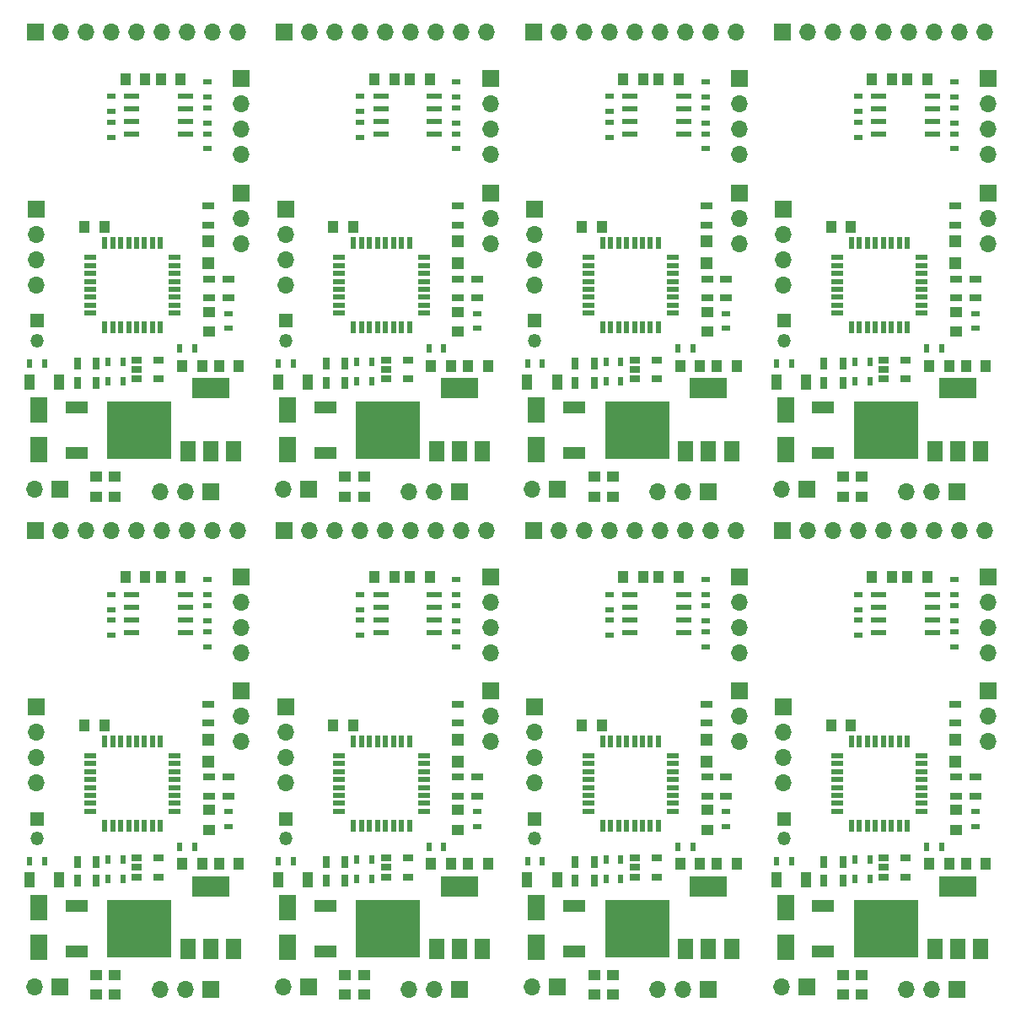
<source format=gts>
G04 #@! TF.FileFunction,Soldermask,Top*
%FSLAX46Y46*%
G04 Gerber Fmt 4.6, Leading zero omitted, Abs format (unit mm)*
G04 Created by KiCad (PCBNEW 4.0.2-stable) date 9/8/2017 10:59:45 PM*
%MOMM*%
G01*
G04 APERTURE LIST*
%ADD10C,0.100000*%
%ADD11R,1.700000X1.700000*%
%ADD12O,1.700000X1.700000*%
%ADD13R,0.500000X0.900000*%
%ADD14R,1.800000X2.500000*%
%ADD15R,1.000000X1.600000*%
%ADD16R,1.000000X1.250000*%
%ADD17R,1.550000X0.600000*%
%ADD18R,0.900000X0.500000*%
%ADD19R,2.200000X1.200000*%
%ADD20R,6.400000X5.800000*%
%ADD21R,1.250000X1.000000*%
%ADD22R,3.800000X2.000000*%
%ADD23R,1.500000X2.000000*%
%ADD24R,1.060000X0.650000*%
%ADD25R,0.700000X1.300000*%
%ADD26R,1.200000X1.200000*%
%ADD27R,1.300000X0.700000*%
%ADD28R,1.200000X0.600000*%
%ADD29R,0.600000X1.200000*%
%ADD30R,1.350000X1.350000*%
%ADD31O,1.350000X1.350000*%
G04 APERTURE END LIST*
D10*
D11*
X179673600Y-175857200D03*
D12*
X177133600Y-175857200D03*
D11*
X154673600Y-175857200D03*
D12*
X152133600Y-175857200D03*
D11*
X129673600Y-175857200D03*
D12*
X127133600Y-175857200D03*
D11*
X104673600Y-175857200D03*
D12*
X102133600Y-175857200D03*
D11*
X179673600Y-125857200D03*
D12*
X177133600Y-125857200D03*
D11*
X154673600Y-125857200D03*
D12*
X152133600Y-125857200D03*
D11*
X129673600Y-125857200D03*
D12*
X127133600Y-125857200D03*
D13*
X176662800Y-163233200D03*
X178162800Y-163233200D03*
X151662800Y-163233200D03*
X153162800Y-163233200D03*
X126662800Y-163233200D03*
X128162800Y-163233200D03*
X101662800Y-163233200D03*
X103162800Y-163233200D03*
X176662800Y-113233200D03*
X178162800Y-113233200D03*
X151662800Y-113233200D03*
X153162800Y-113233200D03*
X126662800Y-113233200D03*
X128162800Y-113233200D03*
D14*
X177552500Y-167888000D03*
X177552500Y-171888000D03*
X152552500Y-167888000D03*
X152552500Y-171888000D03*
X127552500Y-167888000D03*
X127552500Y-171888000D03*
X102552500Y-167888000D03*
X102552500Y-171888000D03*
X177552500Y-117888000D03*
X177552500Y-121888000D03*
X152552500Y-117888000D03*
X152552500Y-121888000D03*
X127552500Y-117888000D03*
X127552500Y-121888000D03*
D15*
X176624000Y-165112800D03*
X179624000Y-165112800D03*
X151624000Y-165112800D03*
X154624000Y-165112800D03*
X126624000Y-165112800D03*
X129624000Y-165112800D03*
X101624000Y-165112800D03*
X104624000Y-165112800D03*
X176624000Y-115112800D03*
X179624000Y-115112800D03*
X151624000Y-115112800D03*
X154624000Y-115112800D03*
X126624000Y-115112800D03*
X129624000Y-115112800D03*
D11*
X177235000Y-130010000D03*
D12*
X179775000Y-130010000D03*
X182315000Y-130010000D03*
X184855000Y-130010000D03*
X187395000Y-130010000D03*
X189935000Y-130010000D03*
X192475000Y-130010000D03*
X195015000Y-130010000D03*
X197555000Y-130010000D03*
D11*
X152235000Y-130010000D03*
D12*
X154775000Y-130010000D03*
X157315000Y-130010000D03*
X159855000Y-130010000D03*
X162395000Y-130010000D03*
X164935000Y-130010000D03*
X167475000Y-130010000D03*
X170015000Y-130010000D03*
X172555000Y-130010000D03*
D11*
X127235000Y-130010000D03*
D12*
X129775000Y-130010000D03*
X132315000Y-130010000D03*
X134855000Y-130010000D03*
X137395000Y-130010000D03*
X139935000Y-130010000D03*
X142475000Y-130010000D03*
X145015000Y-130010000D03*
X147555000Y-130010000D03*
D11*
X102235000Y-130010000D03*
D12*
X104775000Y-130010000D03*
X107315000Y-130010000D03*
X109855000Y-130010000D03*
X112395000Y-130010000D03*
X114935000Y-130010000D03*
X117475000Y-130010000D03*
X120015000Y-130010000D03*
X122555000Y-130010000D03*
D11*
X177235000Y-80010000D03*
D12*
X179775000Y-80010000D03*
X182315000Y-80010000D03*
X184855000Y-80010000D03*
X187395000Y-80010000D03*
X189935000Y-80010000D03*
X192475000Y-80010000D03*
X195015000Y-80010000D03*
X197555000Y-80010000D03*
D11*
X152235000Y-80010000D03*
D12*
X154775000Y-80010000D03*
X157315000Y-80010000D03*
X159855000Y-80010000D03*
X162395000Y-80010000D03*
X164935000Y-80010000D03*
X167475000Y-80010000D03*
X170015000Y-80010000D03*
X172555000Y-80010000D03*
D11*
X127235000Y-80010000D03*
D12*
X129775000Y-80010000D03*
X132315000Y-80010000D03*
X134855000Y-80010000D03*
X137395000Y-80010000D03*
X139935000Y-80010000D03*
X142475000Y-80010000D03*
X145015000Y-80010000D03*
X147555000Y-80010000D03*
D16*
X186268000Y-134709000D03*
X188268000Y-134709000D03*
X161268000Y-134709000D03*
X163268000Y-134709000D03*
X136268000Y-134709000D03*
X138268000Y-134709000D03*
X111268000Y-134709000D03*
X113268000Y-134709000D03*
X186268000Y-84709000D03*
X188268000Y-84709000D03*
X161268000Y-84709000D03*
X163268000Y-84709000D03*
X136268000Y-84709000D03*
X138268000Y-84709000D03*
D11*
X197936000Y-134645500D03*
D12*
X197936000Y-137185500D03*
X197936000Y-139725500D03*
X197936000Y-142265500D03*
D11*
X172936000Y-134645500D03*
D12*
X172936000Y-137185500D03*
X172936000Y-139725500D03*
X172936000Y-142265500D03*
D11*
X147936000Y-134645500D03*
D12*
X147936000Y-137185500D03*
X147936000Y-139725500D03*
X147936000Y-142265500D03*
D11*
X122936000Y-134645500D03*
D12*
X122936000Y-137185500D03*
X122936000Y-139725500D03*
X122936000Y-142265500D03*
D11*
X197936000Y-84645500D03*
D12*
X197936000Y-87185500D03*
X197936000Y-89725500D03*
X197936000Y-92265500D03*
D11*
X172936000Y-84645500D03*
D12*
X172936000Y-87185500D03*
X172936000Y-89725500D03*
X172936000Y-92265500D03*
D11*
X147936000Y-84645500D03*
D12*
X147936000Y-87185500D03*
X147936000Y-89725500D03*
X147936000Y-92265500D03*
D17*
X186917500Y-136423500D03*
X186917500Y-137693500D03*
X186917500Y-138963500D03*
X186917500Y-140233500D03*
X192317500Y-140233500D03*
X192317500Y-138963500D03*
X192317500Y-137693500D03*
X192317500Y-136423500D03*
X161917500Y-136423500D03*
X161917500Y-137693500D03*
X161917500Y-138963500D03*
X161917500Y-140233500D03*
X167317500Y-140233500D03*
X167317500Y-138963500D03*
X167317500Y-137693500D03*
X167317500Y-136423500D03*
X136917500Y-136423500D03*
X136917500Y-137693500D03*
X136917500Y-138963500D03*
X136917500Y-140233500D03*
X142317500Y-140233500D03*
X142317500Y-138963500D03*
X142317500Y-137693500D03*
X142317500Y-136423500D03*
X111917500Y-136423500D03*
X111917500Y-137693500D03*
X111917500Y-138963500D03*
X111917500Y-140233500D03*
X117317500Y-140233500D03*
X117317500Y-138963500D03*
X117317500Y-137693500D03*
X117317500Y-136423500D03*
X186917500Y-86423500D03*
X186917500Y-87693500D03*
X186917500Y-88963500D03*
X186917500Y-90233500D03*
X192317500Y-90233500D03*
X192317500Y-88963500D03*
X192317500Y-87693500D03*
X192317500Y-86423500D03*
X161917500Y-86423500D03*
X161917500Y-87693500D03*
X161917500Y-88963500D03*
X161917500Y-90233500D03*
X167317500Y-90233500D03*
X167317500Y-88963500D03*
X167317500Y-87693500D03*
X167317500Y-86423500D03*
X136917500Y-86423500D03*
X136917500Y-87693500D03*
X136917500Y-88963500D03*
X136917500Y-90233500D03*
X142317500Y-90233500D03*
X142317500Y-88963500D03*
X142317500Y-87693500D03*
X142317500Y-86423500D03*
D18*
X184855000Y-136447500D03*
X184855000Y-137947500D03*
X159855000Y-136447500D03*
X159855000Y-137947500D03*
X134855000Y-136447500D03*
X134855000Y-137947500D03*
X109855000Y-136447500D03*
X109855000Y-137947500D03*
X184855000Y-86447500D03*
X184855000Y-87947500D03*
X159855000Y-86447500D03*
X159855000Y-87947500D03*
X134855000Y-86447500D03*
X134855000Y-87947500D03*
X184855000Y-139027000D03*
X184855000Y-140527000D03*
X159855000Y-139027000D03*
X159855000Y-140527000D03*
X134855000Y-139027000D03*
X134855000Y-140527000D03*
X109855000Y-139027000D03*
X109855000Y-140527000D03*
X184855000Y-89027000D03*
X184855000Y-90527000D03*
X159855000Y-89027000D03*
X159855000Y-90527000D03*
X134855000Y-89027000D03*
X134855000Y-90527000D03*
D19*
X181353500Y-167671500D03*
X181353500Y-172231500D03*
D20*
X187653500Y-169951500D03*
D19*
X156353500Y-167671500D03*
X156353500Y-172231500D03*
D20*
X162653500Y-169951500D03*
D19*
X131353500Y-167671500D03*
X131353500Y-172231500D03*
D20*
X137653500Y-169951500D03*
D19*
X106353500Y-167671500D03*
X106353500Y-172231500D03*
D20*
X112653500Y-169951500D03*
D19*
X181353500Y-117671500D03*
X181353500Y-122231500D03*
D20*
X187653500Y-119951500D03*
D19*
X156353500Y-117671500D03*
X156353500Y-122231500D03*
D20*
X162653500Y-119951500D03*
D19*
X131353500Y-117671500D03*
X131353500Y-122231500D03*
D20*
X137653500Y-119951500D03*
D21*
X183331000Y-174603000D03*
X183331000Y-176603000D03*
X158331000Y-174603000D03*
X158331000Y-176603000D03*
X133331000Y-174603000D03*
X133331000Y-176603000D03*
X108331000Y-174603000D03*
X108331000Y-176603000D03*
X183331000Y-124603000D03*
X183331000Y-126603000D03*
X158331000Y-124603000D03*
X158331000Y-126603000D03*
X133331000Y-124603000D03*
X133331000Y-126603000D03*
X185236000Y-174603000D03*
X185236000Y-176603000D03*
X160236000Y-174603000D03*
X160236000Y-176603000D03*
X135236000Y-174603000D03*
X135236000Y-176603000D03*
X110236000Y-174603000D03*
X110236000Y-176603000D03*
X185236000Y-124603000D03*
X185236000Y-126603000D03*
X160236000Y-124603000D03*
X160236000Y-126603000D03*
X135236000Y-124603000D03*
X135236000Y-126603000D03*
D13*
X193238400Y-161760000D03*
X191738400Y-161760000D03*
X168238400Y-161760000D03*
X166738400Y-161760000D03*
X143238400Y-161760000D03*
X141738400Y-161760000D03*
X118238400Y-161760000D03*
X116738400Y-161760000D03*
X193238400Y-111760000D03*
X191738400Y-111760000D03*
X168238400Y-111760000D03*
X166738400Y-111760000D03*
X143238400Y-111760000D03*
X141738400Y-111760000D03*
D16*
X195682000Y-163482500D03*
X197682000Y-163482500D03*
X170682000Y-163482500D03*
X172682000Y-163482500D03*
X145682000Y-163482500D03*
X147682000Y-163482500D03*
X120682000Y-163482500D03*
X122682000Y-163482500D03*
X195682000Y-113482500D03*
X197682000Y-113482500D03*
X170682000Y-113482500D03*
X172682000Y-113482500D03*
X145682000Y-113482500D03*
X147682000Y-113482500D03*
X193983000Y-163482500D03*
X191983000Y-163482500D03*
X168983000Y-163482500D03*
X166983000Y-163482500D03*
X143983000Y-163482500D03*
X141983000Y-163482500D03*
X118983000Y-163482500D03*
X116983000Y-163482500D03*
X193983000Y-113482500D03*
X191983000Y-113482500D03*
X168983000Y-113482500D03*
X166983000Y-113482500D03*
X143983000Y-113482500D03*
X141983000Y-113482500D03*
D11*
X194812000Y-176111200D03*
D12*
X192272000Y-176111200D03*
X189732000Y-176111200D03*
D11*
X169812000Y-176111200D03*
D12*
X167272000Y-176111200D03*
X164732000Y-176111200D03*
D11*
X144812000Y-176111200D03*
D12*
X142272000Y-176111200D03*
X139732000Y-176111200D03*
D11*
X119812000Y-176111200D03*
D12*
X117272000Y-176111200D03*
X114732000Y-176111200D03*
D11*
X194812000Y-126111200D03*
D12*
X192272000Y-126111200D03*
X189732000Y-126111200D03*
D11*
X169812000Y-126111200D03*
D12*
X167272000Y-126111200D03*
X164732000Y-126111200D03*
D11*
X144812000Y-126111200D03*
D12*
X142272000Y-126111200D03*
X139732000Y-126111200D03*
D22*
X194840500Y-165730000D03*
D23*
X194840500Y-172030000D03*
X197140500Y-172030000D03*
X192540500Y-172030000D03*
D22*
X169840500Y-165730000D03*
D23*
X169840500Y-172030000D03*
X172140500Y-172030000D03*
X167540500Y-172030000D03*
D22*
X144840500Y-165730000D03*
D23*
X144840500Y-172030000D03*
X147140500Y-172030000D03*
X142540500Y-172030000D03*
D22*
X119840500Y-165730000D03*
D23*
X119840500Y-172030000D03*
X122140500Y-172030000D03*
X117540500Y-172030000D03*
D22*
X194840500Y-115730000D03*
D23*
X194840500Y-122030000D03*
X197140500Y-122030000D03*
X192540500Y-122030000D03*
D22*
X169840500Y-115730000D03*
D23*
X169840500Y-122030000D03*
X172140500Y-122030000D03*
X167540500Y-122030000D03*
D22*
X144840500Y-115730000D03*
D23*
X144840500Y-122030000D03*
X147140500Y-122030000D03*
X142540500Y-122030000D03*
D13*
X184536800Y-165011200D03*
X186036800Y-165011200D03*
X159536800Y-165011200D03*
X161036800Y-165011200D03*
X134536800Y-165011200D03*
X136036800Y-165011200D03*
X109536800Y-165011200D03*
X111036800Y-165011200D03*
X184536800Y-115011200D03*
X186036800Y-115011200D03*
X159536800Y-115011200D03*
X161036800Y-115011200D03*
X134536800Y-115011200D03*
X136036800Y-115011200D03*
D24*
X187438000Y-162892800D03*
X187438000Y-163842800D03*
X187438000Y-164792800D03*
X189638000Y-164792800D03*
X189638000Y-162892800D03*
X162438000Y-162892800D03*
X162438000Y-163842800D03*
X162438000Y-164792800D03*
X164638000Y-164792800D03*
X164638000Y-162892800D03*
X137438000Y-162892800D03*
X137438000Y-163842800D03*
X137438000Y-164792800D03*
X139638000Y-164792800D03*
X139638000Y-162892800D03*
X112438000Y-162892800D03*
X112438000Y-163842800D03*
X112438000Y-164792800D03*
X114638000Y-164792800D03*
X114638000Y-162892800D03*
X187438000Y-112892800D03*
X187438000Y-113842800D03*
X187438000Y-114792800D03*
X189638000Y-114792800D03*
X189638000Y-112892800D03*
X162438000Y-112892800D03*
X162438000Y-113842800D03*
X162438000Y-114792800D03*
X164638000Y-114792800D03*
X164638000Y-112892800D03*
X137438000Y-112892800D03*
X137438000Y-113842800D03*
X137438000Y-114792800D03*
X139638000Y-114792800D03*
X139638000Y-112892800D03*
D25*
X183341200Y-163284000D03*
X181441200Y-163284000D03*
X158341200Y-163284000D03*
X156441200Y-163284000D03*
X133341200Y-163284000D03*
X131441200Y-163284000D03*
X108341200Y-163284000D03*
X106441200Y-163284000D03*
X183341200Y-113284000D03*
X181441200Y-113284000D03*
X158341200Y-113284000D03*
X156441200Y-113284000D03*
X133341200Y-113284000D03*
X131441200Y-113284000D03*
D13*
X184536800Y-163080800D03*
X186036800Y-163080800D03*
X159536800Y-163080800D03*
X161036800Y-163080800D03*
X134536800Y-163080800D03*
X136036800Y-163080800D03*
X109536800Y-163080800D03*
X111036800Y-163080800D03*
X184536800Y-113080800D03*
X186036800Y-113080800D03*
X159536800Y-113080800D03*
X161036800Y-113080800D03*
X134536800Y-113080800D03*
X136036800Y-113080800D03*
D25*
X181441200Y-165163600D03*
X183341200Y-165163600D03*
X156441200Y-165163600D03*
X158341200Y-165163600D03*
X131441200Y-165163600D03*
X133341200Y-165163600D03*
X106441200Y-165163600D03*
X108341200Y-165163600D03*
X181441200Y-115163600D03*
X183341200Y-115163600D03*
X156441200Y-115163600D03*
X158341200Y-115163600D03*
X131441200Y-115163600D03*
X133341200Y-115163600D03*
D26*
X194634000Y-153182600D03*
X194634000Y-150982600D03*
X169634000Y-153182600D03*
X169634000Y-150982600D03*
X144634000Y-153182600D03*
X144634000Y-150982600D03*
X119634000Y-153182600D03*
X119634000Y-150982600D03*
X194634000Y-103182600D03*
X194634000Y-100982600D03*
X169634000Y-103182600D03*
X169634000Y-100982600D03*
X144634000Y-103182600D03*
X144634000Y-100982600D03*
D21*
X194697500Y-160077000D03*
X194697500Y-158077000D03*
X169697500Y-160077000D03*
X169697500Y-158077000D03*
X144697500Y-160077000D03*
X144697500Y-158077000D03*
X119697500Y-160077000D03*
X119697500Y-158077000D03*
X194697500Y-110077000D03*
X194697500Y-108077000D03*
X169697500Y-110077000D03*
X169697500Y-108077000D03*
X144697500Y-110077000D03*
X144697500Y-108077000D03*
D18*
X196602500Y-158228000D03*
X196602500Y-159728000D03*
X171602500Y-158228000D03*
X171602500Y-159728000D03*
X146602500Y-158228000D03*
X146602500Y-159728000D03*
X121602500Y-158228000D03*
X121602500Y-159728000D03*
X196602500Y-108228000D03*
X196602500Y-109728000D03*
X171602500Y-108228000D03*
X171602500Y-109728000D03*
X146602500Y-108228000D03*
X146602500Y-109728000D03*
D27*
X196602500Y-156680000D03*
X196602500Y-154780000D03*
X171602500Y-156680000D03*
X171602500Y-154780000D03*
X146602500Y-156680000D03*
X146602500Y-154780000D03*
X121602500Y-156680000D03*
X121602500Y-154780000D03*
X196602500Y-106680000D03*
X196602500Y-104780000D03*
X171602500Y-106680000D03*
X171602500Y-104780000D03*
X146602500Y-106680000D03*
X146602500Y-104780000D03*
D11*
X197936000Y-146139000D03*
D12*
X197936000Y-148679000D03*
X197936000Y-151219000D03*
D11*
X172936000Y-146139000D03*
D12*
X172936000Y-148679000D03*
X172936000Y-151219000D03*
D11*
X147936000Y-146139000D03*
D12*
X147936000Y-148679000D03*
X147936000Y-151219000D03*
D11*
X122936000Y-146139000D03*
D12*
X122936000Y-148679000D03*
X122936000Y-151219000D03*
D11*
X197936000Y-96139000D03*
D12*
X197936000Y-98679000D03*
X197936000Y-101219000D03*
D11*
X172936000Y-96139000D03*
D12*
X172936000Y-98679000D03*
X172936000Y-101219000D03*
D11*
X147936000Y-96139000D03*
D12*
X147936000Y-98679000D03*
X147936000Y-101219000D03*
D27*
X194634000Y-149364800D03*
X194634000Y-147464800D03*
X169634000Y-149364800D03*
X169634000Y-147464800D03*
X144634000Y-149364800D03*
X144634000Y-147464800D03*
X119634000Y-149364800D03*
X119634000Y-147464800D03*
X194634000Y-99364800D03*
X194634000Y-97464800D03*
X169634000Y-99364800D03*
X169634000Y-97464800D03*
X144634000Y-99364800D03*
X144634000Y-97464800D03*
X194697500Y-154775000D03*
X194697500Y-156675000D03*
X169697500Y-154775000D03*
X169697500Y-156675000D03*
X144697500Y-154775000D03*
X144697500Y-156675000D03*
X119697500Y-154775000D03*
X119697500Y-156675000D03*
X194697500Y-104775000D03*
X194697500Y-106675000D03*
X169697500Y-104775000D03*
X169697500Y-106675000D03*
X144697500Y-104775000D03*
X144697500Y-106675000D03*
D18*
X194507000Y-141694000D03*
X194507000Y-140194000D03*
X169507000Y-141694000D03*
X169507000Y-140194000D03*
X144507000Y-141694000D03*
X144507000Y-140194000D03*
X119507000Y-141694000D03*
X119507000Y-140194000D03*
X194507000Y-91694000D03*
X194507000Y-90194000D03*
X169507000Y-91694000D03*
X169507000Y-90194000D03*
X144507000Y-91694000D03*
X144507000Y-90194000D03*
X194507000Y-139090500D03*
X194507000Y-137590500D03*
X169507000Y-139090500D03*
X169507000Y-137590500D03*
X144507000Y-139090500D03*
X144507000Y-137590500D03*
X119507000Y-139090500D03*
X119507000Y-137590500D03*
X194507000Y-89090500D03*
X194507000Y-87590500D03*
X169507000Y-89090500D03*
X169507000Y-87590500D03*
X144507000Y-89090500D03*
X144507000Y-87590500D03*
X194507000Y-136463000D03*
X194507000Y-134963000D03*
X169507000Y-136463000D03*
X169507000Y-134963000D03*
X144507000Y-136463000D03*
X144507000Y-134963000D03*
X119507000Y-136463000D03*
X119507000Y-134963000D03*
X194507000Y-86463000D03*
X194507000Y-84963000D03*
X169507000Y-86463000D03*
X169507000Y-84963000D03*
X144507000Y-86463000D03*
X144507000Y-84963000D03*
D16*
X189824000Y-134709000D03*
X191824000Y-134709000D03*
X164824000Y-134709000D03*
X166824000Y-134709000D03*
X139824000Y-134709000D03*
X141824000Y-134709000D03*
X114824000Y-134709000D03*
X116824000Y-134709000D03*
X189824000Y-84709000D03*
X191824000Y-84709000D03*
X164824000Y-84709000D03*
X166824000Y-84709000D03*
X139824000Y-84709000D03*
X141824000Y-84709000D03*
D11*
X177362000Y-147726500D03*
D12*
X177362000Y-150266500D03*
X177362000Y-152806500D03*
X177362000Y-155346500D03*
D11*
X152362000Y-147726500D03*
D12*
X152362000Y-150266500D03*
X152362000Y-152806500D03*
X152362000Y-155346500D03*
D11*
X127362000Y-147726500D03*
D12*
X127362000Y-150266500D03*
X127362000Y-152806500D03*
X127362000Y-155346500D03*
D11*
X102362000Y-147726500D03*
D12*
X102362000Y-150266500D03*
X102362000Y-152806500D03*
X102362000Y-155346500D03*
D11*
X177362000Y-97726500D03*
D12*
X177362000Y-100266500D03*
X177362000Y-102806500D03*
X177362000Y-105346500D03*
D11*
X152362000Y-97726500D03*
D12*
X152362000Y-100266500D03*
X152362000Y-102806500D03*
X152362000Y-105346500D03*
D11*
X127362000Y-97726500D03*
D12*
X127362000Y-100266500D03*
X127362000Y-102806500D03*
X127362000Y-105346500D03*
D28*
X191245000Y-158205500D03*
X191245000Y-157405500D03*
X191245000Y-156605500D03*
X191245000Y-155805500D03*
X191245000Y-155005500D03*
X191245000Y-154205500D03*
X191245000Y-153405500D03*
X191245000Y-152605500D03*
D29*
X189795000Y-151155500D03*
X188995000Y-151155500D03*
X188195000Y-151155500D03*
X187395000Y-151155500D03*
X186595000Y-151155500D03*
X185795000Y-151155500D03*
X184995000Y-151155500D03*
X184195000Y-151155500D03*
D28*
X182745000Y-152605500D03*
X182745000Y-153405500D03*
X182745000Y-154205500D03*
X182745000Y-155005500D03*
X182745000Y-155805500D03*
X182745000Y-156605500D03*
X182745000Y-157405500D03*
X182745000Y-158205500D03*
D29*
X184195000Y-159655500D03*
X184995000Y-159655500D03*
X185795000Y-159655500D03*
X186595000Y-159655500D03*
X187395000Y-159655500D03*
X188195000Y-159655500D03*
X188995000Y-159655500D03*
X189795000Y-159655500D03*
D28*
X166245000Y-158205500D03*
X166245000Y-157405500D03*
X166245000Y-156605500D03*
X166245000Y-155805500D03*
X166245000Y-155005500D03*
X166245000Y-154205500D03*
X166245000Y-153405500D03*
X166245000Y-152605500D03*
D29*
X164795000Y-151155500D03*
X163995000Y-151155500D03*
X163195000Y-151155500D03*
X162395000Y-151155500D03*
X161595000Y-151155500D03*
X160795000Y-151155500D03*
X159995000Y-151155500D03*
X159195000Y-151155500D03*
D28*
X157745000Y-152605500D03*
X157745000Y-153405500D03*
X157745000Y-154205500D03*
X157745000Y-155005500D03*
X157745000Y-155805500D03*
X157745000Y-156605500D03*
X157745000Y-157405500D03*
X157745000Y-158205500D03*
D29*
X159195000Y-159655500D03*
X159995000Y-159655500D03*
X160795000Y-159655500D03*
X161595000Y-159655500D03*
X162395000Y-159655500D03*
X163195000Y-159655500D03*
X163995000Y-159655500D03*
X164795000Y-159655500D03*
D28*
X141245000Y-158205500D03*
X141245000Y-157405500D03*
X141245000Y-156605500D03*
X141245000Y-155805500D03*
X141245000Y-155005500D03*
X141245000Y-154205500D03*
X141245000Y-153405500D03*
X141245000Y-152605500D03*
D29*
X139795000Y-151155500D03*
X138995000Y-151155500D03*
X138195000Y-151155500D03*
X137395000Y-151155500D03*
X136595000Y-151155500D03*
X135795000Y-151155500D03*
X134995000Y-151155500D03*
X134195000Y-151155500D03*
D28*
X132745000Y-152605500D03*
X132745000Y-153405500D03*
X132745000Y-154205500D03*
X132745000Y-155005500D03*
X132745000Y-155805500D03*
X132745000Y-156605500D03*
X132745000Y-157405500D03*
X132745000Y-158205500D03*
D29*
X134195000Y-159655500D03*
X134995000Y-159655500D03*
X135795000Y-159655500D03*
X136595000Y-159655500D03*
X137395000Y-159655500D03*
X138195000Y-159655500D03*
X138995000Y-159655500D03*
X139795000Y-159655500D03*
D28*
X116245000Y-158205500D03*
X116245000Y-157405500D03*
X116245000Y-156605500D03*
X116245000Y-155805500D03*
X116245000Y-155005500D03*
X116245000Y-154205500D03*
X116245000Y-153405500D03*
X116245000Y-152605500D03*
D29*
X114795000Y-151155500D03*
X113995000Y-151155500D03*
X113195000Y-151155500D03*
X112395000Y-151155500D03*
X111595000Y-151155500D03*
X110795000Y-151155500D03*
X109995000Y-151155500D03*
X109195000Y-151155500D03*
D28*
X107745000Y-152605500D03*
X107745000Y-153405500D03*
X107745000Y-154205500D03*
X107745000Y-155005500D03*
X107745000Y-155805500D03*
X107745000Y-156605500D03*
X107745000Y-157405500D03*
X107745000Y-158205500D03*
D29*
X109195000Y-159655500D03*
X109995000Y-159655500D03*
X110795000Y-159655500D03*
X111595000Y-159655500D03*
X112395000Y-159655500D03*
X113195000Y-159655500D03*
X113995000Y-159655500D03*
X114795000Y-159655500D03*
D28*
X191245000Y-108205500D03*
X191245000Y-107405500D03*
X191245000Y-106605500D03*
X191245000Y-105805500D03*
X191245000Y-105005500D03*
X191245000Y-104205500D03*
X191245000Y-103405500D03*
X191245000Y-102605500D03*
D29*
X189795000Y-101155500D03*
X188995000Y-101155500D03*
X188195000Y-101155500D03*
X187395000Y-101155500D03*
X186595000Y-101155500D03*
X185795000Y-101155500D03*
X184995000Y-101155500D03*
X184195000Y-101155500D03*
D28*
X182745000Y-102605500D03*
X182745000Y-103405500D03*
X182745000Y-104205500D03*
X182745000Y-105005500D03*
X182745000Y-105805500D03*
X182745000Y-106605500D03*
X182745000Y-107405500D03*
X182745000Y-108205500D03*
D29*
X184195000Y-109655500D03*
X184995000Y-109655500D03*
X185795000Y-109655500D03*
X186595000Y-109655500D03*
X187395000Y-109655500D03*
X188195000Y-109655500D03*
X188995000Y-109655500D03*
X189795000Y-109655500D03*
D28*
X166245000Y-108205500D03*
X166245000Y-107405500D03*
X166245000Y-106605500D03*
X166245000Y-105805500D03*
X166245000Y-105005500D03*
X166245000Y-104205500D03*
X166245000Y-103405500D03*
X166245000Y-102605500D03*
D29*
X164795000Y-101155500D03*
X163995000Y-101155500D03*
X163195000Y-101155500D03*
X162395000Y-101155500D03*
X161595000Y-101155500D03*
X160795000Y-101155500D03*
X159995000Y-101155500D03*
X159195000Y-101155500D03*
D28*
X157745000Y-102605500D03*
X157745000Y-103405500D03*
X157745000Y-104205500D03*
X157745000Y-105005500D03*
X157745000Y-105805500D03*
X157745000Y-106605500D03*
X157745000Y-107405500D03*
X157745000Y-108205500D03*
D29*
X159195000Y-109655500D03*
X159995000Y-109655500D03*
X160795000Y-109655500D03*
X161595000Y-109655500D03*
X162395000Y-109655500D03*
X163195000Y-109655500D03*
X163995000Y-109655500D03*
X164795000Y-109655500D03*
D28*
X141245000Y-108205500D03*
X141245000Y-107405500D03*
X141245000Y-106605500D03*
X141245000Y-105805500D03*
X141245000Y-105005500D03*
X141245000Y-104205500D03*
X141245000Y-103405500D03*
X141245000Y-102605500D03*
D29*
X139795000Y-101155500D03*
X138995000Y-101155500D03*
X138195000Y-101155500D03*
X137395000Y-101155500D03*
X136595000Y-101155500D03*
X135795000Y-101155500D03*
X134995000Y-101155500D03*
X134195000Y-101155500D03*
D28*
X132745000Y-102605500D03*
X132745000Y-103405500D03*
X132745000Y-104205500D03*
X132745000Y-105005500D03*
X132745000Y-105805500D03*
X132745000Y-106605500D03*
X132745000Y-107405500D03*
X132745000Y-108205500D03*
D29*
X134195000Y-109655500D03*
X134995000Y-109655500D03*
X135795000Y-109655500D03*
X136595000Y-109655500D03*
X137395000Y-109655500D03*
X138195000Y-109655500D03*
X138995000Y-109655500D03*
X139795000Y-109655500D03*
D30*
X177387400Y-158940600D03*
D31*
X177387400Y-160940600D03*
D30*
X152387400Y-158940600D03*
D31*
X152387400Y-160940600D03*
D30*
X127387400Y-158940600D03*
D31*
X127387400Y-160940600D03*
D30*
X102387400Y-158940600D03*
D31*
X102387400Y-160940600D03*
D30*
X177387400Y-108940600D03*
D31*
X177387400Y-110940600D03*
D30*
X152387400Y-108940600D03*
D31*
X152387400Y-110940600D03*
D30*
X127387400Y-108940600D03*
D31*
X127387400Y-110940600D03*
D16*
X182140500Y-149568000D03*
X184140500Y-149568000D03*
X157140500Y-149568000D03*
X159140500Y-149568000D03*
X132140500Y-149568000D03*
X134140500Y-149568000D03*
X107140500Y-149568000D03*
X109140500Y-149568000D03*
X182140500Y-99568000D03*
X184140500Y-99568000D03*
X157140500Y-99568000D03*
X159140500Y-99568000D03*
X132140500Y-99568000D03*
X134140500Y-99568000D03*
D28*
X116245000Y-108205500D03*
X116245000Y-107405500D03*
X116245000Y-106605500D03*
X116245000Y-105805500D03*
X116245000Y-105005500D03*
X116245000Y-104205500D03*
X116245000Y-103405500D03*
X116245000Y-102605500D03*
D29*
X114795000Y-101155500D03*
X113995000Y-101155500D03*
X113195000Y-101155500D03*
X112395000Y-101155500D03*
X111595000Y-101155500D03*
X110795000Y-101155500D03*
X109995000Y-101155500D03*
X109195000Y-101155500D03*
D28*
X107745000Y-102605500D03*
X107745000Y-103405500D03*
X107745000Y-104205500D03*
X107745000Y-105005500D03*
X107745000Y-105805500D03*
X107745000Y-106605500D03*
X107745000Y-107405500D03*
X107745000Y-108205500D03*
D29*
X109195000Y-109655500D03*
X109995000Y-109655500D03*
X110795000Y-109655500D03*
X111595000Y-109655500D03*
X112395000Y-109655500D03*
X113195000Y-109655500D03*
X113995000Y-109655500D03*
X114795000Y-109655500D03*
D16*
X114824000Y-84709000D03*
X116824000Y-84709000D03*
D21*
X119697500Y-110077000D03*
X119697500Y-108077000D03*
D15*
X101624000Y-115112800D03*
X104624000Y-115112800D03*
D21*
X110236000Y-124603000D03*
X110236000Y-126603000D03*
X108331000Y-124603000D03*
X108331000Y-126603000D03*
D16*
X120682000Y-113482500D03*
X122682000Y-113482500D03*
X118983000Y-113482500D03*
X116983000Y-113482500D03*
D11*
X102362000Y-97726500D03*
D12*
X102362000Y-100266500D03*
X102362000Y-102806500D03*
X102362000Y-105346500D03*
D11*
X104673600Y-125857200D03*
D12*
X102133600Y-125857200D03*
D11*
X119812000Y-126111200D03*
D12*
X117272000Y-126111200D03*
X114732000Y-126111200D03*
D11*
X122936000Y-96139000D03*
D12*
X122936000Y-98679000D03*
X122936000Y-101219000D03*
D18*
X121602500Y-108228000D03*
X121602500Y-109728000D03*
D25*
X106441200Y-115163600D03*
X108341200Y-115163600D03*
D27*
X121602500Y-106680000D03*
X121602500Y-104780000D03*
X119697500Y-104775000D03*
X119697500Y-106675000D03*
D18*
X119507000Y-91694000D03*
X119507000Y-90194000D03*
X109855000Y-86447500D03*
X109855000Y-87947500D03*
X119507000Y-89090500D03*
X119507000Y-87590500D03*
X109855000Y-89027000D03*
X109855000Y-90527000D03*
X119507000Y-86463000D03*
X119507000Y-84963000D03*
D19*
X106353500Y-117671500D03*
X106353500Y-122231500D03*
D20*
X112653500Y-119951500D03*
D22*
X119840500Y-115730000D03*
D23*
X119840500Y-122030000D03*
X122140500Y-122030000D03*
X117540500Y-122030000D03*
D17*
X111917500Y-86423500D03*
X111917500Y-87693500D03*
X111917500Y-88963500D03*
X111917500Y-90233500D03*
X117317500Y-90233500D03*
X117317500Y-88963500D03*
X117317500Y-87693500D03*
X117317500Y-86423500D03*
D14*
X102552500Y-117888000D03*
X102552500Y-121888000D03*
D11*
X102235000Y-80010000D03*
D12*
X104775000Y-80010000D03*
X107315000Y-80010000D03*
X109855000Y-80010000D03*
X112395000Y-80010000D03*
X114935000Y-80010000D03*
X117475000Y-80010000D03*
X120015000Y-80010000D03*
X122555000Y-80010000D03*
D11*
X122936000Y-84645500D03*
D12*
X122936000Y-87185500D03*
X122936000Y-89725500D03*
X122936000Y-92265500D03*
D27*
X119634000Y-99364800D03*
X119634000Y-97464800D03*
D30*
X102387400Y-108940600D03*
D31*
X102387400Y-110940600D03*
D26*
X119634000Y-103182600D03*
X119634000Y-100982600D03*
D16*
X107140500Y-99568000D03*
X109140500Y-99568000D03*
D13*
X118238400Y-111760000D03*
X116738400Y-111760000D03*
X101662800Y-113233200D03*
X103162800Y-113233200D03*
D16*
X111268000Y-84709000D03*
X113268000Y-84709000D03*
D25*
X108341200Y-113284000D03*
X106441200Y-113284000D03*
D24*
X112438000Y-112892800D03*
X112438000Y-113842800D03*
X112438000Y-114792800D03*
X114638000Y-114792800D03*
X114638000Y-112892800D03*
D13*
X109536800Y-113080800D03*
X111036800Y-113080800D03*
X109536800Y-115011200D03*
X111036800Y-115011200D03*
M02*

</source>
